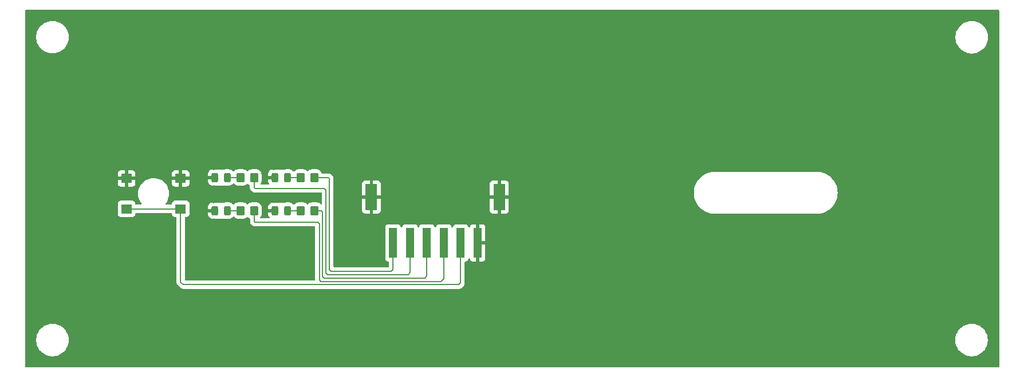
<source format=gbr>
%TF.GenerationSoftware,KiCad,Pcbnew,8.0.5*%
%TF.CreationDate,2025-08-28T07:35:48+02:00*%
%TF.ProjectId,SVX_Node_Case_front,5356585f-4e6f-4646-955f-436173655f66,rev?*%
%TF.SameCoordinates,Original*%
%TF.FileFunction,Copper,L2,Bot*%
%TF.FilePolarity,Positive*%
%FSLAX46Y46*%
G04 Gerber Fmt 4.6, Leading zero omitted, Abs format (unit mm)*
G04 Created by KiCad (PCBNEW 8.0.5) date 2025-08-28 07:35:48*
%MOMM*%
%LPD*%
G01*
G04 APERTURE LIST*
G04 Aperture macros list*
%AMRoundRect*
0 Rectangle with rounded corners*
0 $1 Rounding radius*
0 $2 $3 $4 $5 $6 $7 $8 $9 X,Y pos of 4 corners*
0 Add a 4 corners polygon primitive as box body*
4,1,4,$2,$3,$4,$5,$6,$7,$8,$9,$2,$3,0*
0 Add four circle primitives for the rounded corners*
1,1,$1+$1,$2,$3*
1,1,$1+$1,$4,$5*
1,1,$1+$1,$6,$7*
1,1,$1+$1,$8,$9*
0 Add four rect primitives between the rounded corners*
20,1,$1+$1,$2,$3,$4,$5,0*
20,1,$1+$1,$4,$5,$6,$7,0*
20,1,$1+$1,$6,$7,$8,$9,0*
20,1,$1+$1,$8,$9,$2,$3,0*%
G04 Aperture macros list end*
%TA.AperFunction,SMDPad,CuDef*%
%ADD10RoundRect,0.243750X-0.243750X-0.456250X0.243750X-0.456250X0.243750X0.456250X-0.243750X0.456250X0*%
%TD*%
%TA.AperFunction,SMDPad,CuDef*%
%ADD11R,1.295400X4.495800*%
%TD*%
%TA.AperFunction,SMDPad,CuDef*%
%ADD12R,1.803400X3.911600*%
%TD*%
%TA.AperFunction,SMDPad,CuDef*%
%ADD13RoundRect,0.250000X0.350000X0.450000X-0.350000X0.450000X-0.350000X-0.450000X0.350000X-0.450000X0*%
%TD*%
%TA.AperFunction,SMDPad,CuDef*%
%ADD14R,1.600000X1.400000*%
%TD*%
%TA.AperFunction,Conductor*%
%ADD15C,0.200000*%
%TD*%
G04 APERTURE END LIST*
D10*
%TO.P,D1,1*%
%TO.N,GND*%
X111920923Y-89350000D03*
%TO.P,D1,2*%
%TO.N,N/C*%
X113795923Y-89350000D03*
%TD*%
D11*
%TO.P,J1,1*%
%TO.N,N/C*%
X129400000Y-99050000D03*
%TO.P,J1,2*%
X131900000Y-99050000D03*
%TO.P,J1,3*%
X134400000Y-99050000D03*
%TO.P,J1,4*%
X136900000Y-99050000D03*
%TO.P,J1,5*%
X139400000Y-99050000D03*
%TO.P,J1,6*%
%TO.N,GND*%
X141900000Y-99050000D03*
D12*
%TO.P,J1,7*%
X126200001Y-92250000D03*
%TO.P,J1,8*%
X145099999Y-92250000D03*
%TD*%
D13*
%TO.P,R1,1*%
%TO.N,N/C*%
X117760000Y-89350000D03*
%TO.P,R1,2*%
X115760000Y-89350000D03*
%TD*%
%TO.P,R2,1*%
%TO.N,N/C*%
X108850000Y-89350000D03*
%TO.P,R2,2*%
X106850000Y-89350000D03*
%TD*%
D14*
%TO.P,S1,1*%
%TO.N,GND*%
X98000000Y-89500000D03*
X90000000Y-89500000D03*
%TO.P,S1,2*%
%TO.N,N/C*%
X98000000Y-94000000D03*
X90000000Y-94000000D03*
%TD*%
D10*
%TO.P,D4,1*%
%TO.N,GND*%
X103020923Y-94260000D03*
%TO.P,D4,2*%
%TO.N,N/C*%
X104895923Y-94260000D03*
%TD*%
D13*
%TO.P,R3,1*%
%TO.N,N/C*%
X117770000Y-94260000D03*
%TO.P,R3,2*%
X115770000Y-94260000D03*
%TD*%
D10*
%TO.P,D3,1*%
%TO.N,GND*%
X111930923Y-94260000D03*
%TO.P,D3,2*%
%TO.N,N/C*%
X113805923Y-94260000D03*
%TD*%
%TO.P,D2,1*%
%TO.N,GND*%
X103010923Y-89350000D03*
%TO.P,D2,2*%
%TO.N,N/C*%
X104885923Y-89350000D03*
%TD*%
D13*
%TO.P,R4,1*%
%TO.N,N/C*%
X108860000Y-94260000D03*
%TO.P,R4,2*%
X106860000Y-94260000D03*
%TD*%
D15*
%TO.N,*%
X109000000Y-91000000D02*
X108850000Y-90850000D01*
X98000000Y-104850000D02*
X98000000Y-94150000D01*
X108860000Y-95860000D02*
X108860000Y-94260000D01*
X108850000Y-90850000D02*
X108850000Y-89350000D01*
X117770000Y-94260000D02*
X118760000Y-94260000D01*
X106760000Y-89360000D02*
X106750000Y-89350000D01*
X131900000Y-103475000D02*
X131625000Y-103750000D01*
X139400000Y-99050000D02*
X139400000Y-105000000D01*
X134100000Y-104250000D02*
X134400000Y-103950000D01*
X119850000Y-89350000D02*
X120000000Y-89500000D01*
X113805923Y-94260000D02*
X115770000Y-94260000D01*
X90000000Y-94000000D02*
X98000000Y-94000000D01*
X120000000Y-103000000D02*
X120250000Y-103250000D01*
X107060000Y-94260000D02*
X107070000Y-94270000D01*
X115670000Y-89360000D02*
X115660000Y-89350000D01*
X134400000Y-103950000D02*
X134400000Y-99050000D01*
X119000000Y-94500000D02*
X119000000Y-104000000D01*
X113795923Y-89350000D02*
X115760000Y-89350000D01*
X115680000Y-94270000D02*
X115670000Y-94260000D01*
X139150000Y-105250000D02*
X98400000Y-105250000D01*
X118250000Y-96000000D02*
X109000000Y-96000000D01*
X118750000Y-104750000D02*
X118500000Y-104500000D01*
X118500000Y-104500000D02*
X118500000Y-96250000D01*
X136900000Y-104350000D02*
X136500000Y-104750000D01*
X115960000Y-89350000D02*
X115970000Y-89360000D01*
X131625000Y-103750000D02*
X119750000Y-103750000D01*
X129400000Y-103000000D02*
X129400000Y-99050000D01*
X109000000Y-96000000D02*
X108860000Y-95860000D01*
X118500000Y-96250000D02*
X118250000Y-96000000D01*
X139400000Y-105000000D02*
X139150000Y-105250000D01*
X117760000Y-89350000D02*
X119850000Y-89350000D01*
X118760000Y-94260000D02*
X119000000Y-94500000D01*
X115970000Y-94260000D02*
X115980000Y-94270000D01*
X129150000Y-103250000D02*
X129400000Y-103000000D01*
X104885923Y-89350000D02*
X106850000Y-89350000D01*
X119500000Y-91250000D02*
X119250000Y-91000000D01*
X119750000Y-103750000D02*
X119500000Y-103500000D01*
X98400000Y-105250000D02*
X98000000Y-104850000D01*
X107050000Y-89350000D02*
X107060000Y-89360000D01*
X119000000Y-104000000D02*
X119250000Y-104250000D01*
X120250000Y-103250000D02*
X129150000Y-103250000D01*
X119500000Y-103500000D02*
X119500000Y-91250000D01*
X119250000Y-91000000D02*
X109000000Y-91000000D01*
X120000000Y-89500000D02*
X120000000Y-103000000D01*
X131900000Y-99050000D02*
X131900000Y-103475000D01*
X119250000Y-104250000D02*
X134100000Y-104250000D01*
X136900000Y-99050000D02*
X136900000Y-104350000D01*
X136500000Y-104750000D02*
X118750000Y-104750000D01*
X106770000Y-94270000D02*
X106760000Y-94260000D01*
X104895923Y-94260000D02*
X106860000Y-94260000D01*
%TD*%
%TA.AperFunction,Conductor*%
%TO.N,GND*%
G36*
X218942539Y-64520185D02*
G01*
X218988294Y-64572989D01*
X218999500Y-64624500D01*
X218999500Y-117375500D01*
X218979815Y-117442539D01*
X218927011Y-117488294D01*
X218875500Y-117499500D01*
X75124500Y-117499500D01*
X75057461Y-117479815D01*
X75011706Y-117427011D01*
X75000500Y-117375500D01*
X75000500Y-113315186D01*
X76649500Y-113315186D01*
X76649500Y-113584813D01*
X76679686Y-113852719D01*
X76679688Y-113852731D01*
X76739684Y-114115594D01*
X76739687Y-114115602D01*
X76828734Y-114370082D01*
X76945714Y-114612994D01*
X76945716Y-114612997D01*
X77089162Y-114841289D01*
X77257266Y-115052085D01*
X77447915Y-115242734D01*
X77658711Y-115410838D01*
X77887003Y-115554284D01*
X78129921Y-115671267D01*
X78321049Y-115738145D01*
X78384397Y-115760312D01*
X78384405Y-115760315D01*
X78384408Y-115760315D01*
X78384409Y-115760316D01*
X78647268Y-115820312D01*
X78915187Y-115850499D01*
X78915188Y-115850500D01*
X78915191Y-115850500D01*
X79184812Y-115850500D01*
X79184812Y-115850499D01*
X79452732Y-115820312D01*
X79715591Y-115760316D01*
X79970079Y-115671267D01*
X80212997Y-115554284D01*
X80441289Y-115410838D01*
X80652085Y-115242734D01*
X80842734Y-115052085D01*
X81010838Y-114841289D01*
X81154284Y-114612997D01*
X81271267Y-114370079D01*
X81360316Y-114115591D01*
X81420312Y-113852732D01*
X81450500Y-113584809D01*
X81450500Y-113315191D01*
X81450499Y-113315186D01*
X212529500Y-113315186D01*
X212529500Y-113584813D01*
X212559686Y-113852719D01*
X212559688Y-113852731D01*
X212619684Y-114115594D01*
X212619687Y-114115602D01*
X212708734Y-114370082D01*
X212825714Y-114612994D01*
X212825716Y-114612997D01*
X212969162Y-114841289D01*
X213137266Y-115052085D01*
X213327915Y-115242734D01*
X213538711Y-115410838D01*
X213767003Y-115554284D01*
X214009921Y-115671267D01*
X214201049Y-115738145D01*
X214264397Y-115760312D01*
X214264405Y-115760315D01*
X214264408Y-115760315D01*
X214264409Y-115760316D01*
X214527268Y-115820312D01*
X214795187Y-115850499D01*
X214795188Y-115850500D01*
X214795191Y-115850500D01*
X215064812Y-115850500D01*
X215064812Y-115850499D01*
X215332732Y-115820312D01*
X215595591Y-115760316D01*
X215850079Y-115671267D01*
X216092997Y-115554284D01*
X216321289Y-115410838D01*
X216532085Y-115242734D01*
X216722734Y-115052085D01*
X216890838Y-114841289D01*
X217034284Y-114612997D01*
X217151267Y-114370079D01*
X217240316Y-114115591D01*
X217300312Y-113852732D01*
X217330500Y-113584809D01*
X217330500Y-113315191D01*
X217300312Y-113047268D01*
X217240316Y-112784409D01*
X217151267Y-112529921D01*
X217034284Y-112287003D01*
X216890838Y-112058711D01*
X216722734Y-111847915D01*
X216532085Y-111657266D01*
X216321289Y-111489162D01*
X216092997Y-111345716D01*
X216092994Y-111345714D01*
X215850082Y-111228734D01*
X215595602Y-111139687D01*
X215595594Y-111139684D01*
X215398446Y-111094687D01*
X215332732Y-111079688D01*
X215332728Y-111079687D01*
X215332719Y-111079686D01*
X215064813Y-111049500D01*
X215064809Y-111049500D01*
X214795191Y-111049500D01*
X214795186Y-111049500D01*
X214527280Y-111079686D01*
X214527268Y-111079688D01*
X214264405Y-111139684D01*
X214264397Y-111139687D01*
X214009917Y-111228734D01*
X213767005Y-111345714D01*
X213538712Y-111489161D01*
X213327915Y-111657265D01*
X213137265Y-111847915D01*
X212969161Y-112058712D01*
X212825714Y-112287005D01*
X212708734Y-112529917D01*
X212619687Y-112784397D01*
X212619684Y-112784405D01*
X212559688Y-113047268D01*
X212559686Y-113047280D01*
X212529500Y-113315186D01*
X81450499Y-113315186D01*
X81420312Y-113047268D01*
X81360316Y-112784409D01*
X81271267Y-112529921D01*
X81154284Y-112287003D01*
X81010838Y-112058711D01*
X80842734Y-111847915D01*
X80652085Y-111657266D01*
X80441289Y-111489162D01*
X80212997Y-111345716D01*
X80212994Y-111345714D01*
X79970082Y-111228734D01*
X79715602Y-111139687D01*
X79715594Y-111139684D01*
X79518446Y-111094687D01*
X79452732Y-111079688D01*
X79452728Y-111079687D01*
X79452719Y-111079686D01*
X79184813Y-111049500D01*
X79184809Y-111049500D01*
X78915191Y-111049500D01*
X78915186Y-111049500D01*
X78647280Y-111079686D01*
X78647268Y-111079688D01*
X78384405Y-111139684D01*
X78384397Y-111139687D01*
X78129917Y-111228734D01*
X77887005Y-111345714D01*
X77658712Y-111489161D01*
X77447915Y-111657265D01*
X77257265Y-111847915D01*
X77089161Y-112058712D01*
X76945714Y-112287005D01*
X76828734Y-112529917D01*
X76739687Y-112784397D01*
X76739684Y-112784405D01*
X76679688Y-113047268D01*
X76679686Y-113047280D01*
X76649500Y-113315186D01*
X75000500Y-113315186D01*
X75000500Y-93252135D01*
X88699500Y-93252135D01*
X88699500Y-94747870D01*
X88699501Y-94747876D01*
X88705908Y-94807483D01*
X88756202Y-94942328D01*
X88756206Y-94942335D01*
X88842452Y-95057544D01*
X88842455Y-95057547D01*
X88957664Y-95143793D01*
X88957671Y-95143797D01*
X89092517Y-95194091D01*
X89092516Y-95194091D01*
X89099444Y-95194835D01*
X89152127Y-95200500D01*
X90847872Y-95200499D01*
X90907483Y-95194091D01*
X91042331Y-95143796D01*
X91157546Y-95057546D01*
X91243796Y-94942331D01*
X91294091Y-94807483D01*
X91300500Y-94747873D01*
X91300500Y-94724500D01*
X91320185Y-94657461D01*
X91372989Y-94611706D01*
X91424500Y-94600500D01*
X96575501Y-94600500D01*
X96642540Y-94620185D01*
X96688295Y-94672989D01*
X96699501Y-94724500D01*
X96699501Y-94747876D01*
X96705908Y-94807483D01*
X96756202Y-94942328D01*
X96756206Y-94942335D01*
X96842452Y-95057544D01*
X96842455Y-95057547D01*
X96957664Y-95143793D01*
X96957671Y-95143797D01*
X97002618Y-95160561D01*
X97092517Y-95194091D01*
X97152127Y-95200500D01*
X97275500Y-95200499D01*
X97342539Y-95220183D01*
X97388294Y-95272987D01*
X97399500Y-95324499D01*
X97399500Y-104763330D01*
X97399499Y-104763348D01*
X97399499Y-104929054D01*
X97399498Y-104929054D01*
X97440423Y-105081785D01*
X97469358Y-105131900D01*
X97469359Y-105131904D01*
X97469360Y-105131904D01*
X97519479Y-105218714D01*
X97519481Y-105218717D01*
X97638349Y-105337585D01*
X97638355Y-105337590D01*
X97915139Y-105614374D01*
X97915149Y-105614385D01*
X97919479Y-105618715D01*
X97919480Y-105618716D01*
X98031284Y-105730520D01*
X98031286Y-105730521D01*
X98031290Y-105730524D01*
X98168209Y-105809573D01*
X98168216Y-105809577D01*
X98280019Y-105839534D01*
X98320942Y-105850500D01*
X98320943Y-105850500D01*
X139063331Y-105850500D01*
X139063347Y-105850501D01*
X139070943Y-105850501D01*
X139229054Y-105850501D01*
X139229057Y-105850501D01*
X139381785Y-105809577D01*
X139431904Y-105780639D01*
X139518716Y-105730520D01*
X139630520Y-105618716D01*
X139630520Y-105618714D01*
X139640728Y-105608507D01*
X139640730Y-105608504D01*
X139758506Y-105490728D01*
X139758511Y-105490724D01*
X139768714Y-105480520D01*
X139768716Y-105480520D01*
X139880520Y-105368716D01*
X139959577Y-105231784D01*
X139989873Y-105118716D01*
X140000500Y-105079058D01*
X140000500Y-104920943D01*
X140000500Y-101920004D01*
X140020185Y-101852965D01*
X140072989Y-101807210D01*
X140111247Y-101796714D01*
X140155183Y-101791991D01*
X140290028Y-101741697D01*
X140290027Y-101741697D01*
X140290031Y-101741696D01*
X140405246Y-101655446D01*
X140491496Y-101540231D01*
X140491588Y-101539986D01*
X140534084Y-101426046D01*
X140575954Y-101370112D01*
X140641418Y-101345694D01*
X140709692Y-101360545D01*
X140759097Y-101409950D01*
X140766448Y-101426045D01*
X140808945Y-101539986D01*
X140808949Y-101539993D01*
X140895109Y-101655087D01*
X140895112Y-101655090D01*
X141010206Y-101741250D01*
X141010213Y-101741254D01*
X141144920Y-101791496D01*
X141144927Y-101791498D01*
X141204455Y-101797899D01*
X141204472Y-101797900D01*
X141650000Y-101797900D01*
X142150000Y-101797900D01*
X142595528Y-101797900D01*
X142595544Y-101797899D01*
X142655072Y-101791498D01*
X142655079Y-101791496D01*
X142789786Y-101741254D01*
X142789793Y-101741250D01*
X142904887Y-101655090D01*
X142904890Y-101655087D01*
X142991050Y-101539993D01*
X142991054Y-101539986D01*
X143041296Y-101405279D01*
X143041298Y-101405272D01*
X143047699Y-101345744D01*
X143047700Y-101345727D01*
X143047700Y-99300000D01*
X142150000Y-99300000D01*
X142150000Y-101797900D01*
X141650000Y-101797900D01*
X141650000Y-98800000D01*
X142150000Y-98800000D01*
X143047700Y-98800000D01*
X143047700Y-96754272D01*
X143047699Y-96754255D01*
X143041298Y-96694727D01*
X143041296Y-96694720D01*
X142991054Y-96560013D01*
X142991050Y-96560006D01*
X142904890Y-96444912D01*
X142904887Y-96444909D01*
X142789793Y-96358749D01*
X142789786Y-96358745D01*
X142655079Y-96308503D01*
X142655072Y-96308501D01*
X142595544Y-96302100D01*
X142150000Y-96302100D01*
X142150000Y-98800000D01*
X141650000Y-98800000D01*
X141650000Y-96302100D01*
X141204455Y-96302100D01*
X141144927Y-96308501D01*
X141144920Y-96308503D01*
X141010213Y-96358745D01*
X141010206Y-96358749D01*
X140895112Y-96444909D01*
X140895109Y-96444912D01*
X140808949Y-96560006D01*
X140808946Y-96560011D01*
X140766448Y-96673955D01*
X140724576Y-96729888D01*
X140659112Y-96754305D01*
X140590839Y-96739453D01*
X140541434Y-96690048D01*
X140534084Y-96673953D01*
X140491498Y-96559773D01*
X140491493Y-96559764D01*
X140405247Y-96444555D01*
X140405244Y-96444552D01*
X140290035Y-96358306D01*
X140290028Y-96358302D01*
X140155182Y-96308008D01*
X140155183Y-96308008D01*
X140095583Y-96301601D01*
X140095581Y-96301600D01*
X140095573Y-96301600D01*
X140095564Y-96301600D01*
X138704429Y-96301600D01*
X138704423Y-96301601D01*
X138644816Y-96308008D01*
X138509971Y-96358302D01*
X138509964Y-96358306D01*
X138394755Y-96444552D01*
X138394752Y-96444555D01*
X138308506Y-96559764D01*
X138308502Y-96559771D01*
X138266182Y-96673239D01*
X138224311Y-96729173D01*
X138158847Y-96753590D01*
X138090574Y-96738738D01*
X138041168Y-96689333D01*
X138033818Y-96673239D01*
X137991497Y-96559771D01*
X137991493Y-96559764D01*
X137905247Y-96444555D01*
X137905244Y-96444552D01*
X137790035Y-96358306D01*
X137790028Y-96358302D01*
X137655182Y-96308008D01*
X137655183Y-96308008D01*
X137595583Y-96301601D01*
X137595581Y-96301600D01*
X137595573Y-96301600D01*
X137595564Y-96301600D01*
X136204429Y-96301600D01*
X136204423Y-96301601D01*
X136144816Y-96308008D01*
X136009971Y-96358302D01*
X136009964Y-96358306D01*
X135894755Y-96444552D01*
X135894752Y-96444555D01*
X135808506Y-96559764D01*
X135808502Y-96559771D01*
X135766182Y-96673239D01*
X135724311Y-96729173D01*
X135658847Y-96753590D01*
X135590574Y-96738738D01*
X135541168Y-96689333D01*
X135533818Y-96673239D01*
X135491497Y-96559771D01*
X135491493Y-96559764D01*
X135405247Y-96444555D01*
X135405244Y-96444552D01*
X135290035Y-96358306D01*
X135290028Y-96358302D01*
X135155182Y-96308008D01*
X135155183Y-96308008D01*
X135095583Y-96301601D01*
X135095581Y-96301600D01*
X135095573Y-96301600D01*
X135095564Y-96301600D01*
X133704429Y-96301600D01*
X133704423Y-96301601D01*
X133644816Y-96308008D01*
X133509971Y-96358302D01*
X133509964Y-96358306D01*
X133394755Y-96444552D01*
X133394752Y-96444555D01*
X133308506Y-96559764D01*
X133308502Y-96559771D01*
X133266182Y-96673239D01*
X133224311Y-96729173D01*
X133158847Y-96753590D01*
X133090574Y-96738738D01*
X133041168Y-96689333D01*
X133033818Y-96673239D01*
X132991497Y-96559771D01*
X132991493Y-96559764D01*
X132905247Y-96444555D01*
X132905244Y-96444552D01*
X132790035Y-96358306D01*
X132790028Y-96358302D01*
X132655182Y-96308008D01*
X132655183Y-96308008D01*
X132595583Y-96301601D01*
X132595581Y-96301600D01*
X132595573Y-96301600D01*
X132595564Y-96301600D01*
X131204429Y-96301600D01*
X131204423Y-96301601D01*
X131144816Y-96308008D01*
X131009971Y-96358302D01*
X131009964Y-96358306D01*
X130894755Y-96444552D01*
X130894752Y-96444555D01*
X130808506Y-96559764D01*
X130808502Y-96559771D01*
X130766182Y-96673239D01*
X130724311Y-96729173D01*
X130658847Y-96753590D01*
X130590574Y-96738738D01*
X130541168Y-96689333D01*
X130533818Y-96673239D01*
X130491497Y-96559771D01*
X130491493Y-96559764D01*
X130405247Y-96444555D01*
X130405244Y-96444552D01*
X130290035Y-96358306D01*
X130290028Y-96358302D01*
X130155182Y-96308008D01*
X130155183Y-96308008D01*
X130095583Y-96301601D01*
X130095581Y-96301600D01*
X130095573Y-96301600D01*
X130095564Y-96301600D01*
X128704429Y-96301600D01*
X128704423Y-96301601D01*
X128644816Y-96308008D01*
X128509971Y-96358302D01*
X128509964Y-96358306D01*
X128394755Y-96444552D01*
X128394752Y-96444555D01*
X128308506Y-96559764D01*
X128308502Y-96559771D01*
X128258208Y-96694617D01*
X128251801Y-96754216D01*
X128251800Y-96754235D01*
X128251800Y-101345770D01*
X128251801Y-101345776D01*
X128258208Y-101405383D01*
X128308502Y-101540228D01*
X128308506Y-101540235D01*
X128394752Y-101655444D01*
X128394755Y-101655447D01*
X128509964Y-101741693D01*
X128509971Y-101741697D01*
X128554918Y-101758461D01*
X128644817Y-101791991D01*
X128688758Y-101796715D01*
X128753306Y-101823452D01*
X128793154Y-101880845D01*
X128799500Y-101920004D01*
X128799500Y-102525500D01*
X128779815Y-102592539D01*
X128727011Y-102638294D01*
X128675500Y-102649500D01*
X120724500Y-102649500D01*
X120657461Y-102629815D01*
X120611706Y-102577011D01*
X120600500Y-102525500D01*
X120600500Y-94253644D01*
X124798301Y-94253644D01*
X124804702Y-94313172D01*
X124804704Y-94313179D01*
X124854946Y-94447886D01*
X124854950Y-94447893D01*
X124941110Y-94562987D01*
X124941113Y-94562990D01*
X125056207Y-94649150D01*
X125056214Y-94649154D01*
X125190921Y-94699396D01*
X125190928Y-94699398D01*
X125250456Y-94705799D01*
X125250473Y-94705800D01*
X125950001Y-94705800D01*
X126450001Y-94705800D01*
X127149529Y-94705800D01*
X127149545Y-94705799D01*
X127209073Y-94699398D01*
X127209080Y-94699396D01*
X127343787Y-94649154D01*
X127343794Y-94649150D01*
X127458888Y-94562990D01*
X127458891Y-94562987D01*
X127545051Y-94447893D01*
X127545055Y-94447886D01*
X127595297Y-94313179D01*
X127595299Y-94313172D01*
X127601700Y-94253644D01*
X143698299Y-94253644D01*
X143704700Y-94313172D01*
X143704702Y-94313179D01*
X143754944Y-94447886D01*
X143754948Y-94447893D01*
X143841108Y-94562987D01*
X143841111Y-94562990D01*
X143956205Y-94649150D01*
X143956212Y-94649154D01*
X144090919Y-94699396D01*
X144090926Y-94699398D01*
X144150454Y-94705799D01*
X144150471Y-94705800D01*
X144849999Y-94705800D01*
X145349999Y-94705800D01*
X146049527Y-94705800D01*
X146049543Y-94705799D01*
X146109071Y-94699398D01*
X146109078Y-94699396D01*
X146243785Y-94649154D01*
X146243792Y-94649150D01*
X146358886Y-94562990D01*
X146358889Y-94562987D01*
X146445049Y-94447893D01*
X146445053Y-94447886D01*
X146495295Y-94313179D01*
X146495297Y-94313172D01*
X146501698Y-94253644D01*
X146501699Y-94253627D01*
X146501699Y-92500000D01*
X145349999Y-92500000D01*
X145349999Y-94705800D01*
X144849999Y-94705800D01*
X144849999Y-92500000D01*
X143698299Y-92500000D01*
X143698299Y-94253644D01*
X127601700Y-94253644D01*
X127601701Y-94253627D01*
X127601701Y-92500000D01*
X126450001Y-92500000D01*
X126450001Y-94705800D01*
X125950001Y-94705800D01*
X125950001Y-92500000D01*
X124798301Y-92500000D01*
X124798301Y-94253644D01*
X120600500Y-94253644D01*
X120600500Y-90246355D01*
X124798301Y-90246355D01*
X124798301Y-92000000D01*
X125950001Y-92000000D01*
X126450001Y-92000000D01*
X127601701Y-92000000D01*
X127601701Y-90246372D01*
X127601700Y-90246355D01*
X143698299Y-90246355D01*
X143698299Y-92000000D01*
X144849999Y-92000000D01*
X145349999Y-92000000D01*
X146501699Y-92000000D01*
X146501699Y-91624997D01*
X173869909Y-91624997D01*
X173869909Y-91625002D01*
X173888258Y-91963422D01*
X173888259Y-91963439D01*
X173943087Y-92297868D01*
X173943093Y-92297894D01*
X174033757Y-92624438D01*
X174033759Y-92624444D01*
X174159205Y-92939288D01*
X174159214Y-92939307D01*
X174317960Y-93238732D01*
X174317963Y-93238737D01*
X174317965Y-93238740D01*
X174377360Y-93326340D01*
X174508154Y-93519247D01*
X174508157Y-93519251D01*
X174508164Y-93519261D01*
X174688293Y-93731322D01*
X174727578Y-93777572D01*
X174973626Y-94010639D01*
X174973635Y-94010647D01*
X175243445Y-94215750D01*
X175243450Y-94215753D01*
X175533859Y-94390483D01*
X175841457Y-94532791D01*
X175841458Y-94532791D01*
X175841464Y-94532794D01*
X175841471Y-94532796D01*
X176162631Y-94641004D01*
X176162637Y-94641006D01*
X176427918Y-94699396D01*
X176493636Y-94713861D01*
X176830571Y-94750502D01*
X177000032Y-94750500D01*
X177065924Y-94750500D01*
X191934136Y-94750500D01*
X191934140Y-94750501D01*
X192000032Y-94750500D01*
X192065919Y-94750500D01*
X192090582Y-94750500D01*
X192090586Y-94750499D01*
X192169486Y-94750499D01*
X192169491Y-94750499D01*
X192506421Y-94713852D01*
X192837414Y-94640992D01*
X193158589Y-94532773D01*
X193466181Y-94390463D01*
X193756583Y-94215731D01*
X194026392Y-94010625D01*
X194272443Y-93777551D01*
X194491852Y-93519240D01*
X194682047Y-93238721D01*
X194840797Y-92939283D01*
X194966243Y-92624437D01*
X195056912Y-92297873D01*
X195077079Y-92174858D01*
X195111741Y-91963434D01*
X195111742Y-91963425D01*
X195111743Y-91963420D01*
X195130091Y-91625000D01*
X195111743Y-91286580D01*
X195100617Y-91218717D01*
X195056914Y-90952139D01*
X195056913Y-90952138D01*
X195056912Y-90952127D01*
X194971183Y-90643354D01*
X194966246Y-90625573D01*
X194966244Y-90625566D01*
X194954973Y-90597279D01*
X194840797Y-90310717D01*
X194682047Y-90011279D01*
X194491852Y-89730760D01*
X194272443Y-89472449D01*
X194263827Y-89464287D01*
X194026402Y-89239384D01*
X194026397Y-89239380D01*
X194026392Y-89239375D01*
X193756583Y-89034269D01*
X193756584Y-89034269D01*
X193756582Y-89034268D01*
X193466178Y-88859535D01*
X193349398Y-88805506D01*
X193158589Y-88717227D01*
X192837414Y-88609008D01*
X192837410Y-88609007D01*
X192837407Y-88609006D01*
X192506419Y-88536147D01*
X192169491Y-88499501D01*
X192169486Y-88499500D01*
X192065920Y-88499500D01*
X192065919Y-88499500D01*
X192000032Y-88499500D01*
X191934140Y-88499499D01*
X191934139Y-88499499D01*
X191926546Y-88499499D01*
X191926530Y-88499500D01*
X177000032Y-88499500D01*
X176830577Y-88499498D01*
X176830567Y-88499498D01*
X176493636Y-88536138D01*
X176162637Y-88608993D01*
X176162631Y-88608995D01*
X175841471Y-88717203D01*
X175841464Y-88717205D01*
X175683205Y-88790423D01*
X175533859Y-88859517D01*
X175533856Y-88859518D01*
X175533849Y-88859522D01*
X175243445Y-89034249D01*
X174973635Y-89239352D01*
X174973626Y-89239360D01*
X174727578Y-89472427D01*
X174508165Y-89730738D01*
X174508154Y-89730752D01*
X174317966Y-90011258D01*
X174317960Y-90011267D01*
X174159214Y-90310692D01*
X174159205Y-90310711D01*
X174033759Y-90625555D01*
X174033757Y-90625561D01*
X173943093Y-90952105D01*
X173943087Y-90952131D01*
X173888259Y-91286560D01*
X173888258Y-91286573D01*
X173888258Y-91286575D01*
X173885875Y-91330520D01*
X173869909Y-91624997D01*
X146501699Y-91624997D01*
X146501699Y-90246372D01*
X146501698Y-90246355D01*
X146495297Y-90186827D01*
X146495295Y-90186820D01*
X146445053Y-90052113D01*
X146445049Y-90052106D01*
X146358889Y-89937012D01*
X146358886Y-89937009D01*
X146243792Y-89850849D01*
X146243785Y-89850845D01*
X146109078Y-89800603D01*
X146109071Y-89800601D01*
X146049543Y-89794200D01*
X145349999Y-89794200D01*
X145349999Y-92000000D01*
X144849999Y-92000000D01*
X144849999Y-89794200D01*
X144150454Y-89794200D01*
X144090926Y-89800601D01*
X144090919Y-89800603D01*
X143956212Y-89850845D01*
X143956205Y-89850849D01*
X143841111Y-89937009D01*
X143841108Y-89937012D01*
X143754948Y-90052106D01*
X143754944Y-90052113D01*
X143704702Y-90186820D01*
X143704700Y-90186827D01*
X143698299Y-90246355D01*
X127601700Y-90246355D01*
X127595299Y-90186827D01*
X127595297Y-90186820D01*
X127545055Y-90052113D01*
X127545051Y-90052106D01*
X127458891Y-89937012D01*
X127458888Y-89937009D01*
X127343794Y-89850849D01*
X127343787Y-89850845D01*
X127209080Y-89800603D01*
X127209073Y-89800601D01*
X127149545Y-89794200D01*
X126450001Y-89794200D01*
X126450001Y-92000000D01*
X125950001Y-92000000D01*
X125950001Y-89794200D01*
X125250456Y-89794200D01*
X125190928Y-89800601D01*
X125190921Y-89800603D01*
X125056214Y-89850845D01*
X125056207Y-89850849D01*
X124941113Y-89937009D01*
X124941110Y-89937012D01*
X124854950Y-90052106D01*
X124854946Y-90052113D01*
X124804704Y-90186820D01*
X124804702Y-90186827D01*
X124798301Y-90246355D01*
X120600500Y-90246355D01*
X120600500Y-89589059D01*
X120600501Y-89589046D01*
X120600501Y-89420945D01*
X120600501Y-89420943D01*
X120559577Y-89268215D01*
X120530639Y-89218095D01*
X120480520Y-89131284D01*
X120368716Y-89019480D01*
X120368715Y-89019479D01*
X120364385Y-89015149D01*
X120364374Y-89015139D01*
X120337590Y-88988355D01*
X120337588Y-88988352D01*
X120218717Y-88869481D01*
X120218716Y-88869480D01*
X120110184Y-88806819D01*
X120110184Y-88806818D01*
X120110181Y-88806818D01*
X120081785Y-88790423D01*
X119929057Y-88749499D01*
X119770943Y-88749499D01*
X119763347Y-88749499D01*
X119763331Y-88749500D01*
X118940301Y-88749500D01*
X118873262Y-88729815D01*
X118827507Y-88677011D01*
X118822595Y-88664504D01*
X118794814Y-88580666D01*
X118702712Y-88431344D01*
X118578656Y-88307288D01*
X118459770Y-88233959D01*
X118429336Y-88215187D01*
X118429331Y-88215185D01*
X118427677Y-88214637D01*
X118262797Y-88160001D01*
X118262795Y-88160000D01*
X118160010Y-88149500D01*
X117359998Y-88149500D01*
X117359980Y-88149501D01*
X117257203Y-88160000D01*
X117257200Y-88160001D01*
X117090668Y-88215185D01*
X117090663Y-88215187D01*
X116941342Y-88307289D01*
X116847681Y-88400951D01*
X116786358Y-88434436D01*
X116716666Y-88429452D01*
X116672319Y-88400951D01*
X116578657Y-88307289D01*
X116578656Y-88307288D01*
X116459770Y-88233959D01*
X116429336Y-88215187D01*
X116429331Y-88215185D01*
X116427677Y-88214637D01*
X116262797Y-88160001D01*
X116262795Y-88160000D01*
X116160010Y-88149500D01*
X115359998Y-88149500D01*
X115359980Y-88149501D01*
X115257203Y-88160000D01*
X115257200Y-88160001D01*
X115090668Y-88215185D01*
X115090663Y-88215187D01*
X114941342Y-88307289D01*
X114812181Y-88436451D01*
X114810244Y-88434514D01*
X114763516Y-88467588D01*
X114693716Y-88470712D01*
X114633308Y-88435604D01*
X114628461Y-88430009D01*
X114504426Y-88305974D01*
X114504422Y-88305971D01*
X114356356Y-88214642D01*
X114356350Y-88214639D01*
X114356348Y-88214638D01*
X114356345Y-88214637D01*
X114191199Y-88159913D01*
X114089278Y-88149500D01*
X114089271Y-88149500D01*
X113502575Y-88149500D01*
X113502567Y-88149500D01*
X113419746Y-88157961D01*
X113410974Y-88158858D01*
X113398373Y-88159500D01*
X112313537Y-88159500D01*
X112300934Y-88158858D01*
X112214238Y-88150000D01*
X112148627Y-88150000D01*
X112136419Y-88156666D01*
X112110061Y-88159500D01*
X112054108Y-88159500D01*
X111926814Y-88193608D01*
X111926813Y-88193608D01*
X111926811Y-88193609D01*
X111926810Y-88193609D01*
X111856923Y-88233959D01*
X111789023Y-88250432D01*
X111722996Y-88227579D01*
X111679805Y-88172658D01*
X111676516Y-88155593D01*
X111670923Y-88150000D01*
X111627607Y-88150000D01*
X111525749Y-88160407D01*
X111360713Y-88215094D01*
X111360708Y-88215096D01*
X111212731Y-88306370D01*
X111089793Y-88429308D01*
X110998519Y-88577285D01*
X110998517Y-88577290D01*
X110943830Y-88742326D01*
X110933423Y-88844184D01*
X110933423Y-89100000D01*
X111495500Y-89100000D01*
X111562539Y-89119685D01*
X111608294Y-89172489D01*
X111619500Y-89224000D01*
X111619500Y-89476000D01*
X111599815Y-89543039D01*
X111547011Y-89588794D01*
X111495500Y-89600000D01*
X110933423Y-89600000D01*
X110933423Y-89855815D01*
X110943830Y-89957673D01*
X110998517Y-90122709D01*
X110998519Y-90122714D01*
X111052607Y-90210403D01*
X111071047Y-90277795D01*
X111050125Y-90344459D01*
X110996483Y-90389229D01*
X110947068Y-90399500D01*
X109934181Y-90399500D01*
X109867142Y-90379815D01*
X109821387Y-90327011D01*
X109811443Y-90257853D01*
X109828641Y-90210405D01*
X109884814Y-90119334D01*
X109939999Y-89952797D01*
X109950500Y-89850009D01*
X109950499Y-88849992D01*
X109939999Y-88747203D01*
X109884814Y-88580666D01*
X109792712Y-88431344D01*
X109668656Y-88307288D01*
X109549770Y-88233959D01*
X109519336Y-88215187D01*
X109519331Y-88215185D01*
X109517677Y-88214637D01*
X109352797Y-88160001D01*
X109352795Y-88160000D01*
X109250010Y-88149500D01*
X108449998Y-88149500D01*
X108449980Y-88149501D01*
X108347203Y-88160000D01*
X108347200Y-88160001D01*
X108180668Y-88215185D01*
X108180663Y-88215187D01*
X108031342Y-88307289D01*
X107937681Y-88400951D01*
X107876358Y-88434436D01*
X107806666Y-88429452D01*
X107762319Y-88400951D01*
X107668657Y-88307289D01*
X107668656Y-88307288D01*
X107549770Y-88233959D01*
X107519336Y-88215187D01*
X107519331Y-88215185D01*
X107517677Y-88214637D01*
X107352797Y-88160001D01*
X107352795Y-88160000D01*
X107250010Y-88149500D01*
X106449998Y-88149500D01*
X106449980Y-88149501D01*
X106347203Y-88160000D01*
X106347200Y-88160001D01*
X106180668Y-88215185D01*
X106180663Y-88215187D01*
X106031342Y-88307289D01*
X105902181Y-88436451D01*
X105900244Y-88434514D01*
X105853516Y-88467588D01*
X105783716Y-88470712D01*
X105723308Y-88435604D01*
X105718461Y-88430009D01*
X105594426Y-88305974D01*
X105594422Y-88305971D01*
X105446356Y-88214642D01*
X105446350Y-88214639D01*
X105446348Y-88214638D01*
X105446345Y-88214637D01*
X105281199Y-88159913D01*
X105179278Y-88149500D01*
X105179271Y-88149500D01*
X104592575Y-88149500D01*
X104592567Y-88149500D01*
X104509746Y-88157961D01*
X104500974Y-88158858D01*
X104488373Y-88159500D01*
X103403537Y-88159500D01*
X103390934Y-88158858D01*
X103304238Y-88150000D01*
X103238627Y-88150000D01*
X103226419Y-88156666D01*
X103200061Y-88159500D01*
X103144108Y-88159500D01*
X103016814Y-88193608D01*
X103016813Y-88193608D01*
X103016811Y-88193609D01*
X103016810Y-88193609D01*
X102946923Y-88233959D01*
X102879023Y-88250432D01*
X102812996Y-88227579D01*
X102769805Y-88172658D01*
X102766516Y-88155593D01*
X102760923Y-88150000D01*
X102717607Y-88150000D01*
X102615749Y-88160407D01*
X102450713Y-88215094D01*
X102450708Y-88215096D01*
X102302731Y-88306370D01*
X102179793Y-88429308D01*
X102088519Y-88577285D01*
X102088517Y-88577290D01*
X102033830Y-88742326D01*
X102023423Y-88844184D01*
X102023423Y-89100000D01*
X102585500Y-89100000D01*
X102652539Y-89119685D01*
X102698294Y-89172489D01*
X102709500Y-89224000D01*
X102709500Y-89476000D01*
X102689815Y-89543039D01*
X102637011Y-89588794D01*
X102585500Y-89600000D01*
X102023423Y-89600000D01*
X102023423Y-89855815D01*
X102033830Y-89957673D01*
X102088517Y-90122709D01*
X102088519Y-90122714D01*
X102179793Y-90270691D01*
X102302731Y-90393629D01*
X102450708Y-90484903D01*
X102450713Y-90484905D01*
X102615749Y-90539592D01*
X102717607Y-90549999D01*
X102717620Y-90550000D01*
X102760923Y-90550000D01*
X102778975Y-90531947D01*
X102780608Y-90526388D01*
X102833412Y-90480633D01*
X102902570Y-90470689D01*
X102946920Y-90486038D01*
X103016814Y-90526392D01*
X103144108Y-90560500D01*
X103144110Y-90560500D01*
X104775890Y-90560500D01*
X104775892Y-90560500D01*
X104797445Y-90554724D01*
X104829537Y-90550500D01*
X105179266Y-90550500D01*
X105179271Y-90550500D01*
X105281198Y-90540087D01*
X105446348Y-90485362D01*
X105594426Y-90394026D01*
X105717449Y-90271003D01*
X105717449Y-90271002D01*
X105722556Y-90265896D01*
X105723893Y-90267233D01*
X105773031Y-90232426D01*
X105842830Y-90229275D01*
X105902060Y-90263669D01*
X105902181Y-90263549D01*
X105902635Y-90264003D01*
X105903251Y-90264361D01*
X105904928Y-90266296D01*
X105907288Y-90268656D01*
X106031344Y-90392712D01*
X106180666Y-90484814D01*
X106347203Y-90539999D01*
X106449991Y-90550500D01*
X107250008Y-90550499D01*
X107250016Y-90550498D01*
X107250019Y-90550498D01*
X107306302Y-90544748D01*
X107352797Y-90539999D01*
X107519334Y-90484814D01*
X107668656Y-90392712D01*
X107762319Y-90299049D01*
X107823642Y-90265564D01*
X107893334Y-90270548D01*
X107937681Y-90299049D01*
X108031344Y-90392712D01*
X108180666Y-90484814D01*
X108180667Y-90484814D01*
X108186813Y-90488605D01*
X108185706Y-90490399D01*
X108230337Y-90529687D01*
X108249500Y-90595908D01*
X108249500Y-90763330D01*
X108249499Y-90763348D01*
X108249499Y-90929054D01*
X108249498Y-90929054D01*
X108255681Y-90952127D01*
X108290423Y-91081785D01*
X108301084Y-91100250D01*
X108369477Y-91218712D01*
X108369481Y-91218717D01*
X108488349Y-91337585D01*
X108488355Y-91337590D01*
X108515139Y-91364374D01*
X108515149Y-91364385D01*
X108519479Y-91368715D01*
X108519480Y-91368716D01*
X108631284Y-91480520D01*
X108707190Y-91524344D01*
X108768215Y-91559577D01*
X108920943Y-91600501D01*
X108920946Y-91600501D01*
X109086653Y-91600501D01*
X109086669Y-91600500D01*
X118775500Y-91600500D01*
X118842539Y-91620185D01*
X118888294Y-91672989D01*
X118899500Y-91724500D01*
X118899500Y-93228770D01*
X118879815Y-93295809D01*
X118827011Y-93341564D01*
X118757853Y-93351508D01*
X118694297Y-93322483D01*
X118687819Y-93316451D01*
X118588657Y-93217289D01*
X118588656Y-93217288D01*
X118469770Y-93143959D01*
X118439336Y-93125187D01*
X118439331Y-93125185D01*
X118437677Y-93124637D01*
X118272797Y-93070001D01*
X118272795Y-93070000D01*
X118170010Y-93059500D01*
X117369998Y-93059500D01*
X117369980Y-93059501D01*
X117267203Y-93070000D01*
X117267200Y-93070001D01*
X117100668Y-93125185D01*
X117100663Y-93125187D01*
X116951342Y-93217289D01*
X116857681Y-93310951D01*
X116796358Y-93344436D01*
X116726666Y-93339452D01*
X116682319Y-93310951D01*
X116588657Y-93217289D01*
X116588656Y-93217288D01*
X116469770Y-93143959D01*
X116439336Y-93125187D01*
X116439331Y-93125185D01*
X116437677Y-93124637D01*
X116272797Y-93070001D01*
X116272795Y-93070000D01*
X116170010Y-93059500D01*
X115369998Y-93059500D01*
X115369980Y-93059501D01*
X115267203Y-93070000D01*
X115267200Y-93070001D01*
X115100668Y-93125185D01*
X115100663Y-93125187D01*
X114951342Y-93217289D01*
X114822181Y-93346451D01*
X114820244Y-93344514D01*
X114773516Y-93377588D01*
X114703716Y-93380712D01*
X114643308Y-93345604D01*
X114638461Y-93340009D01*
X114514426Y-93215974D01*
X114514422Y-93215971D01*
X114366356Y-93124642D01*
X114366350Y-93124639D01*
X114366348Y-93124638D01*
X114366345Y-93124637D01*
X114201199Y-93069913D01*
X114099278Y-93059500D01*
X114099271Y-93059500D01*
X113512575Y-93059500D01*
X113512567Y-93059500D01*
X113429746Y-93067961D01*
X113420974Y-93068858D01*
X113408373Y-93069500D01*
X112323537Y-93069500D01*
X112310934Y-93068858D01*
X112224238Y-93060000D01*
X112158627Y-93060000D01*
X112146419Y-93066666D01*
X112120061Y-93069500D01*
X112064108Y-93069500D01*
X111936814Y-93103608D01*
X111936813Y-93103608D01*
X111936811Y-93103609D01*
X111936810Y-93103609D01*
X111866923Y-93143959D01*
X111799023Y-93160432D01*
X111732996Y-93137579D01*
X111689805Y-93082658D01*
X111686516Y-93065593D01*
X111680923Y-93060000D01*
X111637607Y-93060000D01*
X111535749Y-93070407D01*
X111370713Y-93125094D01*
X111370708Y-93125096D01*
X111222731Y-93216370D01*
X111099793Y-93339308D01*
X111008519Y-93487285D01*
X111008517Y-93487290D01*
X110953830Y-93652326D01*
X110943423Y-93754184D01*
X110943423Y-94010000D01*
X111505500Y-94010000D01*
X111572539Y-94029685D01*
X111618294Y-94082489D01*
X111629500Y-94134000D01*
X111629500Y-94386000D01*
X111609815Y-94453039D01*
X111557011Y-94498794D01*
X111505500Y-94510000D01*
X110943423Y-94510000D01*
X110943423Y-94765815D01*
X110953830Y-94867673D01*
X111008517Y-95032709D01*
X111008519Y-95032714D01*
X111099793Y-95180691D01*
X111106921Y-95187819D01*
X111140406Y-95249142D01*
X111135422Y-95318834D01*
X111093550Y-95374767D01*
X111028086Y-95399184D01*
X111019240Y-95399500D01*
X109881230Y-95399500D01*
X109814191Y-95379815D01*
X109768436Y-95327011D01*
X109758492Y-95257853D01*
X109787517Y-95194297D01*
X109793549Y-95187819D01*
X109802712Y-95178656D01*
X109894814Y-95029334D01*
X109949999Y-94862797D01*
X109960500Y-94760009D01*
X109960499Y-93759992D01*
X109950829Y-93665333D01*
X109949999Y-93657203D01*
X109949998Y-93657200D01*
X109904289Y-93519261D01*
X109894814Y-93490666D01*
X109802712Y-93341344D01*
X109678656Y-93217288D01*
X109559770Y-93143959D01*
X109529336Y-93125187D01*
X109529331Y-93125185D01*
X109527677Y-93124637D01*
X109362797Y-93070001D01*
X109362795Y-93070000D01*
X109260010Y-93059500D01*
X108459998Y-93059500D01*
X108459980Y-93059501D01*
X108357203Y-93070000D01*
X108357200Y-93070001D01*
X108190668Y-93125185D01*
X108190663Y-93125187D01*
X108041342Y-93217289D01*
X107947681Y-93310951D01*
X107886358Y-93344436D01*
X107816666Y-93339452D01*
X107772319Y-93310951D01*
X107678657Y-93217289D01*
X107678656Y-93217288D01*
X107559770Y-93143959D01*
X107529336Y-93125187D01*
X107529331Y-93125185D01*
X107527677Y-93124637D01*
X107362797Y-93070001D01*
X107362795Y-93070000D01*
X107260010Y-93059500D01*
X106459998Y-93059500D01*
X106459980Y-93059501D01*
X106357203Y-93070000D01*
X106357200Y-93070001D01*
X106190668Y-93125185D01*
X106190663Y-93125187D01*
X106041342Y-93217289D01*
X105912181Y-93346451D01*
X105910244Y-93344514D01*
X105863516Y-93377588D01*
X105793716Y-93380712D01*
X105733308Y-93345604D01*
X105728461Y-93340009D01*
X105604426Y-93215974D01*
X105604422Y-93215971D01*
X105456356Y-93124642D01*
X105456350Y-93124639D01*
X105456348Y-93124638D01*
X105456345Y-93124637D01*
X105291199Y-93069913D01*
X105189278Y-93059500D01*
X105189271Y-93059500D01*
X104602575Y-93059500D01*
X104602567Y-93059500D01*
X104519746Y-93067961D01*
X104510974Y-93068858D01*
X104498373Y-93069500D01*
X103413537Y-93069500D01*
X103400934Y-93068858D01*
X103314238Y-93060000D01*
X103248627Y-93060000D01*
X103236419Y-93066666D01*
X103210061Y-93069500D01*
X103154108Y-93069500D01*
X103026814Y-93103608D01*
X103026813Y-93103608D01*
X103026811Y-93103609D01*
X103026810Y-93103609D01*
X102956923Y-93143959D01*
X102889023Y-93160432D01*
X102822996Y-93137579D01*
X102779805Y-93082658D01*
X102776516Y-93065593D01*
X102770923Y-93060000D01*
X102727607Y-93060000D01*
X102625749Y-93070407D01*
X102460713Y-93125094D01*
X102460708Y-93125096D01*
X102312731Y-93216370D01*
X102189793Y-93339308D01*
X102098519Y-93487285D01*
X102098517Y-93487290D01*
X102043830Y-93652326D01*
X102033423Y-93754184D01*
X102033423Y-94010000D01*
X102595500Y-94010000D01*
X102662539Y-94029685D01*
X102708294Y-94082489D01*
X102719500Y-94134000D01*
X102719500Y-94386000D01*
X102699815Y-94453039D01*
X102647011Y-94498794D01*
X102595500Y-94510000D01*
X102033423Y-94510000D01*
X102033423Y-94765815D01*
X102043830Y-94867673D01*
X102098517Y-95032709D01*
X102098519Y-95032714D01*
X102189793Y-95180691D01*
X102312731Y-95303629D01*
X102460708Y-95394903D01*
X102460713Y-95394905D01*
X102625749Y-95449592D01*
X102727607Y-95459999D01*
X102727620Y-95460000D01*
X102770923Y-95460000D01*
X102788975Y-95441947D01*
X102790608Y-95436388D01*
X102843412Y-95390633D01*
X102912570Y-95380689D01*
X102956920Y-95396038D01*
X103026814Y-95436392D01*
X103154108Y-95470500D01*
X103154110Y-95470500D01*
X104785890Y-95470500D01*
X104785892Y-95470500D01*
X104807445Y-95464724D01*
X104839537Y-95460500D01*
X105189266Y-95460500D01*
X105189271Y-95460500D01*
X105291198Y-95450087D01*
X105456348Y-95395362D01*
X105604426Y-95304026D01*
X105727449Y-95181003D01*
X105727449Y-95181002D01*
X105732556Y-95175896D01*
X105733893Y-95177233D01*
X105783031Y-95142426D01*
X105852830Y-95139275D01*
X105912060Y-95173669D01*
X105912181Y-95173549D01*
X105912635Y-95174003D01*
X105913251Y-95174361D01*
X105914928Y-95176296D01*
X105917288Y-95178656D01*
X106041344Y-95302712D01*
X106190666Y-95394814D01*
X106357203Y-95449999D01*
X106459991Y-95460500D01*
X107260008Y-95460499D01*
X107260016Y-95460498D01*
X107260019Y-95460498D01*
X107316302Y-95454748D01*
X107362797Y-95449999D01*
X107529334Y-95394814D01*
X107678656Y-95302712D01*
X107772319Y-95209049D01*
X107833642Y-95175564D01*
X107903334Y-95180548D01*
X107947681Y-95209049D01*
X108041344Y-95302712D01*
X108190666Y-95394814D01*
X108190667Y-95394814D01*
X108196813Y-95398605D01*
X108195706Y-95400399D01*
X108240337Y-95439687D01*
X108259500Y-95505908D01*
X108259500Y-95773330D01*
X108259499Y-95773348D01*
X108259499Y-95939054D01*
X108259498Y-95939054D01*
X108300423Y-96091785D01*
X108329358Y-96141900D01*
X108329359Y-96141904D01*
X108329360Y-96141904D01*
X108379479Y-96228714D01*
X108379481Y-96228717D01*
X108498349Y-96347585D01*
X108498355Y-96347590D01*
X108515139Y-96364374D01*
X108515149Y-96364385D01*
X108519479Y-96368715D01*
X108519480Y-96368716D01*
X108631284Y-96480520D01*
X108718095Y-96530639D01*
X108718097Y-96530641D01*
X108756151Y-96552611D01*
X108768215Y-96559577D01*
X108920943Y-96600501D01*
X108920946Y-96600501D01*
X109086653Y-96600501D01*
X109086669Y-96600500D01*
X117775500Y-96600500D01*
X117842539Y-96620185D01*
X117888294Y-96672989D01*
X117899500Y-96724500D01*
X117899500Y-104413330D01*
X117899499Y-104413348D01*
X117899499Y-104525500D01*
X117879814Y-104592539D01*
X117827010Y-104638294D01*
X117775499Y-104649500D01*
X98724500Y-104649500D01*
X98657461Y-104629815D01*
X98611706Y-104577011D01*
X98600500Y-104525500D01*
X98600500Y-95324499D01*
X98620185Y-95257460D01*
X98672989Y-95211705D01*
X98724500Y-95200499D01*
X98847871Y-95200499D01*
X98847872Y-95200499D01*
X98907483Y-95194091D01*
X99042331Y-95143796D01*
X99157546Y-95057546D01*
X99243796Y-94942331D01*
X99294091Y-94807483D01*
X99300500Y-94747873D01*
X99300499Y-93252128D01*
X99294091Y-93192517D01*
X99285506Y-93169500D01*
X99243797Y-93057671D01*
X99243793Y-93057664D01*
X99157547Y-92942455D01*
X99157544Y-92942452D01*
X99042335Y-92856206D01*
X99042328Y-92856202D01*
X98907482Y-92805908D01*
X98907483Y-92805908D01*
X98847883Y-92799501D01*
X98847881Y-92799500D01*
X98847873Y-92799500D01*
X98847864Y-92799500D01*
X97152129Y-92799500D01*
X97152123Y-92799501D01*
X97092516Y-92805908D01*
X96957671Y-92856202D01*
X96957664Y-92856206D01*
X96842455Y-92942452D01*
X96842452Y-92942455D01*
X96756206Y-93057664D01*
X96756202Y-93057671D01*
X96705908Y-93192517D01*
X96702011Y-93228770D01*
X96699501Y-93252123D01*
X96699500Y-93252135D01*
X96699500Y-93275500D01*
X96679815Y-93342539D01*
X96627011Y-93388294D01*
X96575500Y-93399500D01*
X95886929Y-93399500D01*
X95819890Y-93379815D01*
X95774135Y-93327011D01*
X95764191Y-93257853D01*
X95793216Y-93194297D01*
X95793701Y-93193741D01*
X95814959Y-93169500D01*
X95829025Y-93153461D01*
X95996566Y-92902718D01*
X96129945Y-92632252D01*
X96226880Y-92346691D01*
X96285713Y-92050920D01*
X96305436Y-91750000D01*
X96285713Y-91449080D01*
X96269727Y-91368716D01*
X96253385Y-91286560D01*
X96226880Y-91153309D01*
X96129945Y-90867748D01*
X96102445Y-90811984D01*
X95996568Y-90597286D01*
X95996564Y-90597279D01*
X95829026Y-90346540D01*
X95742472Y-90247844D01*
X96700000Y-90247844D01*
X96706401Y-90307372D01*
X96706403Y-90307379D01*
X96756645Y-90442086D01*
X96756649Y-90442093D01*
X96842809Y-90557187D01*
X96842812Y-90557190D01*
X96957906Y-90643350D01*
X96957913Y-90643354D01*
X97092620Y-90693596D01*
X97092627Y-90693598D01*
X97152155Y-90699999D01*
X97152172Y-90700000D01*
X97750000Y-90700000D01*
X98250000Y-90700000D01*
X98847828Y-90700000D01*
X98847844Y-90699999D01*
X98907372Y-90693598D01*
X98907379Y-90693596D01*
X99042086Y-90643354D01*
X99042093Y-90643350D01*
X99157187Y-90557190D01*
X99157190Y-90557187D01*
X99243350Y-90442093D01*
X99243354Y-90442086D01*
X99293596Y-90307379D01*
X99293598Y-90307372D01*
X99299999Y-90247844D01*
X99300000Y-90247827D01*
X99300000Y-89750000D01*
X98250000Y-89750000D01*
X98250000Y-90700000D01*
X97750000Y-90700000D01*
X97750000Y-89750000D01*
X96700000Y-89750000D01*
X96700000Y-90247844D01*
X95742472Y-90247844D01*
X95630189Y-90119810D01*
X95403459Y-89920973D01*
X95152720Y-89753435D01*
X95152713Y-89753431D01*
X94882268Y-89620062D01*
X94882247Y-89620053D01*
X94596698Y-89523122D01*
X94596692Y-89523120D01*
X94596691Y-89523120D01*
X94596689Y-89523119D01*
X94596683Y-89523118D01*
X94300930Y-89464288D01*
X94300921Y-89464287D01*
X94300920Y-89464287D01*
X94000000Y-89444564D01*
X93699080Y-89464287D01*
X93699079Y-89464287D01*
X93699069Y-89464288D01*
X93403316Y-89523118D01*
X93403301Y-89523122D01*
X93117752Y-89620053D01*
X93117731Y-89620062D01*
X92847286Y-89753431D01*
X92847279Y-89753435D01*
X92596540Y-89920973D01*
X92369810Y-90119810D01*
X92170973Y-90346540D01*
X92003435Y-90597279D01*
X92003431Y-90597286D01*
X91870062Y-90867731D01*
X91870053Y-90867752D01*
X91773122Y-91153301D01*
X91773118Y-91153316D01*
X91714288Y-91449069D01*
X91714287Y-91449081D01*
X91694564Y-91750000D01*
X91714287Y-92050918D01*
X91714288Y-92050930D01*
X91773118Y-92346683D01*
X91773122Y-92346698D01*
X91870053Y-92632247D01*
X91870062Y-92632268D01*
X92003431Y-92902713D01*
X92003435Y-92902720D01*
X92170973Y-93153459D01*
X92206299Y-93193741D01*
X92235702Y-93257123D01*
X92226170Y-93326340D01*
X92180730Y-93379415D01*
X92113809Y-93399498D01*
X92113071Y-93399500D01*
X91424499Y-93399500D01*
X91357460Y-93379815D01*
X91311705Y-93327011D01*
X91300499Y-93275500D01*
X91300499Y-93252129D01*
X91300498Y-93252123D01*
X91300497Y-93252116D01*
X91294091Y-93192517D01*
X91285506Y-93169500D01*
X91243797Y-93057671D01*
X91243793Y-93057664D01*
X91157547Y-92942455D01*
X91157544Y-92942452D01*
X91042335Y-92856206D01*
X91042328Y-92856202D01*
X90907482Y-92805908D01*
X90907483Y-92805908D01*
X90847883Y-92799501D01*
X90847881Y-92799500D01*
X90847873Y-92799500D01*
X90847864Y-92799500D01*
X89152129Y-92799500D01*
X89152123Y-92799501D01*
X89092516Y-92805908D01*
X88957671Y-92856202D01*
X88957664Y-92856206D01*
X88842455Y-92942452D01*
X88842452Y-92942455D01*
X88756206Y-93057664D01*
X88756202Y-93057671D01*
X88705908Y-93192517D01*
X88702011Y-93228770D01*
X88699501Y-93252123D01*
X88699500Y-93252135D01*
X75000500Y-93252135D01*
X75000500Y-90247844D01*
X88700000Y-90247844D01*
X88706401Y-90307372D01*
X88706403Y-90307379D01*
X88756645Y-90442086D01*
X88756649Y-90442093D01*
X88842809Y-90557187D01*
X88842812Y-90557190D01*
X88957906Y-90643350D01*
X88957913Y-90643354D01*
X89092620Y-90693596D01*
X89092627Y-90693598D01*
X89152155Y-90699999D01*
X89152172Y-90700000D01*
X89750000Y-90700000D01*
X90250000Y-90700000D01*
X90847828Y-90700000D01*
X90847844Y-90699999D01*
X90907372Y-90693598D01*
X90907379Y-90693596D01*
X91042086Y-90643354D01*
X91042093Y-90643350D01*
X91157187Y-90557190D01*
X91157190Y-90557187D01*
X91243350Y-90442093D01*
X91243354Y-90442086D01*
X91293596Y-90307379D01*
X91293598Y-90307372D01*
X91299999Y-90247844D01*
X91300000Y-90247827D01*
X91300000Y-89750000D01*
X90250000Y-89750000D01*
X90250000Y-90700000D01*
X89750000Y-90700000D01*
X89750000Y-89750000D01*
X88700000Y-89750000D01*
X88700000Y-90247844D01*
X75000500Y-90247844D01*
X75000500Y-88752155D01*
X88700000Y-88752155D01*
X88700000Y-89250000D01*
X89750000Y-89250000D01*
X90250000Y-89250000D01*
X91300000Y-89250000D01*
X91300000Y-88752172D01*
X91299999Y-88752155D01*
X96700000Y-88752155D01*
X96700000Y-89250000D01*
X97750000Y-89250000D01*
X98250000Y-89250000D01*
X99300000Y-89250000D01*
X99300000Y-88752172D01*
X99299999Y-88752155D01*
X99293598Y-88692627D01*
X99293596Y-88692620D01*
X99243354Y-88557913D01*
X99243350Y-88557906D01*
X99157190Y-88442812D01*
X99157187Y-88442809D01*
X99042093Y-88356649D01*
X99042086Y-88356645D01*
X98907379Y-88306403D01*
X98907372Y-88306401D01*
X98847844Y-88300000D01*
X98250000Y-88300000D01*
X98250000Y-89250000D01*
X97750000Y-89250000D01*
X97750000Y-88300000D01*
X97152155Y-88300000D01*
X97092627Y-88306401D01*
X97092620Y-88306403D01*
X96957913Y-88356645D01*
X96957906Y-88356649D01*
X96842812Y-88442809D01*
X96842809Y-88442812D01*
X96756649Y-88557906D01*
X96756645Y-88557913D01*
X96706403Y-88692620D01*
X96706401Y-88692627D01*
X96700000Y-88752155D01*
X91299999Y-88752155D01*
X91293598Y-88692627D01*
X91293596Y-88692620D01*
X91243354Y-88557913D01*
X91243350Y-88557906D01*
X91157190Y-88442812D01*
X91157187Y-88442809D01*
X91042093Y-88356649D01*
X91042086Y-88356645D01*
X90907379Y-88306403D01*
X90907372Y-88306401D01*
X90847844Y-88300000D01*
X90250000Y-88300000D01*
X90250000Y-89250000D01*
X89750000Y-89250000D01*
X89750000Y-88300000D01*
X89152155Y-88300000D01*
X89092627Y-88306401D01*
X89092620Y-88306403D01*
X88957913Y-88356645D01*
X88957906Y-88356649D01*
X88842812Y-88442809D01*
X88842809Y-88442812D01*
X88756649Y-88557906D01*
X88756645Y-88557913D01*
X88706403Y-88692620D01*
X88706401Y-88692627D01*
X88700000Y-88752155D01*
X75000500Y-88752155D01*
X75000500Y-68415186D01*
X76649500Y-68415186D01*
X76649500Y-68684813D01*
X76679686Y-68952719D01*
X76679688Y-68952731D01*
X76739684Y-69215594D01*
X76739687Y-69215602D01*
X76828734Y-69470082D01*
X76945714Y-69712994D01*
X76945716Y-69712997D01*
X77089162Y-69941289D01*
X77257266Y-70152085D01*
X77447915Y-70342734D01*
X77658711Y-70510838D01*
X77887003Y-70654284D01*
X78129921Y-70771267D01*
X78321049Y-70838145D01*
X78384397Y-70860312D01*
X78384405Y-70860315D01*
X78384408Y-70860315D01*
X78384409Y-70860316D01*
X78647268Y-70920312D01*
X78915187Y-70950499D01*
X78915188Y-70950500D01*
X78915191Y-70950500D01*
X79184812Y-70950500D01*
X79184812Y-70950499D01*
X79452732Y-70920312D01*
X79715591Y-70860316D01*
X79970079Y-70771267D01*
X80212997Y-70654284D01*
X80441289Y-70510838D01*
X80652085Y-70342734D01*
X80842734Y-70152085D01*
X81010838Y-69941289D01*
X81154284Y-69712997D01*
X81271267Y-69470079D01*
X81360316Y-69215591D01*
X81420312Y-68952732D01*
X81450500Y-68684809D01*
X81450500Y-68440186D01*
X212549500Y-68440186D01*
X212549500Y-68709813D01*
X212579686Y-68977719D01*
X212579688Y-68977731D01*
X212639684Y-69240594D01*
X212639687Y-69240602D01*
X212728734Y-69495082D01*
X212845714Y-69737994D01*
X212845716Y-69737997D01*
X212989162Y-69966289D01*
X213157266Y-70177085D01*
X213347915Y-70367734D01*
X213558711Y-70535838D01*
X213787003Y-70679284D01*
X214029921Y-70796267D01*
X214212952Y-70860312D01*
X214284397Y-70885312D01*
X214284405Y-70885315D01*
X214284408Y-70885315D01*
X214284409Y-70885316D01*
X214547268Y-70945312D01*
X214815187Y-70975499D01*
X214815188Y-70975500D01*
X214815191Y-70975500D01*
X215084812Y-70975500D01*
X215084812Y-70975499D01*
X215352732Y-70945312D01*
X215615591Y-70885316D01*
X215870079Y-70796267D01*
X216112997Y-70679284D01*
X216341289Y-70535838D01*
X216552085Y-70367734D01*
X216742734Y-70177085D01*
X216910838Y-69966289D01*
X217054284Y-69737997D01*
X217171267Y-69495079D01*
X217260316Y-69240591D01*
X217320312Y-68977732D01*
X217350500Y-68709809D01*
X217350500Y-68440191D01*
X217320312Y-68172268D01*
X217260316Y-67909409D01*
X217171267Y-67654921D01*
X217054284Y-67412003D01*
X216910838Y-67183711D01*
X216742734Y-66972915D01*
X216552085Y-66782266D01*
X216341289Y-66614162D01*
X216112997Y-66470716D01*
X216112994Y-66470714D01*
X215870082Y-66353734D01*
X215615602Y-66264687D01*
X215615594Y-66264684D01*
X215418446Y-66219687D01*
X215352732Y-66204688D01*
X215352728Y-66204687D01*
X215352719Y-66204686D01*
X215084813Y-66174500D01*
X215084809Y-66174500D01*
X214815191Y-66174500D01*
X214815186Y-66174500D01*
X214547280Y-66204686D01*
X214547268Y-66204688D01*
X214284405Y-66264684D01*
X214284397Y-66264687D01*
X214029917Y-66353734D01*
X213787005Y-66470714D01*
X213558712Y-66614161D01*
X213347915Y-66782265D01*
X213157265Y-66972915D01*
X212989161Y-67183712D01*
X212845714Y-67412005D01*
X212728734Y-67654917D01*
X212639687Y-67909397D01*
X212639684Y-67909405D01*
X212579688Y-68172268D01*
X212579686Y-68172280D01*
X212549500Y-68440186D01*
X81450500Y-68440186D01*
X81450500Y-68415191D01*
X81420312Y-68147268D01*
X81360316Y-67884409D01*
X81271267Y-67629921D01*
X81154284Y-67387003D01*
X81010838Y-67158711D01*
X80842734Y-66947915D01*
X80652085Y-66757266D01*
X80441289Y-66589162D01*
X80212997Y-66445716D01*
X80212994Y-66445714D01*
X79970082Y-66328734D01*
X79715602Y-66239687D01*
X79715594Y-66239684D01*
X79518446Y-66194687D01*
X79452732Y-66179688D01*
X79452728Y-66179687D01*
X79452719Y-66179686D01*
X79184813Y-66149500D01*
X79184809Y-66149500D01*
X78915191Y-66149500D01*
X78915186Y-66149500D01*
X78647280Y-66179686D01*
X78647268Y-66179688D01*
X78384405Y-66239684D01*
X78384397Y-66239687D01*
X78129917Y-66328734D01*
X77887005Y-66445714D01*
X77658712Y-66589161D01*
X77447915Y-66757265D01*
X77257265Y-66947915D01*
X77089161Y-67158712D01*
X76945714Y-67387005D01*
X76828734Y-67629917D01*
X76739687Y-67884397D01*
X76739684Y-67884405D01*
X76679688Y-68147268D01*
X76679686Y-68147280D01*
X76649500Y-68415186D01*
X75000500Y-68415186D01*
X75000500Y-64624500D01*
X75020185Y-64557461D01*
X75072989Y-64511706D01*
X75124500Y-64500500D01*
X218875500Y-64500500D01*
X218942539Y-64520185D01*
G37*
%TD.AperFunction*%
%TD*%
M02*

</source>
